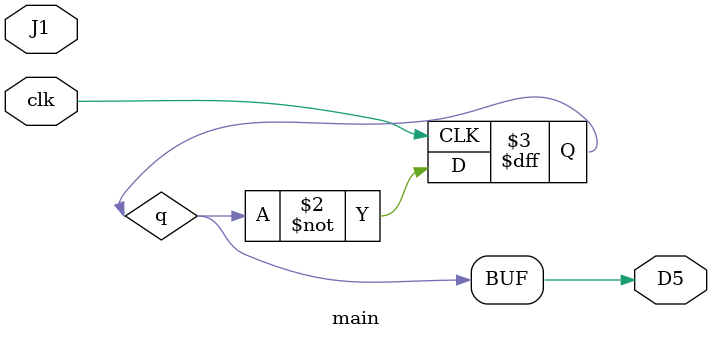
<source format=v>
module main ( input clk, input [3:0] J1, output D5 );

reg q;

always @(posedge clk)
    q <= ~q; // invert q on rising edge of clock

assign D5 = q;

endmodule

</source>
